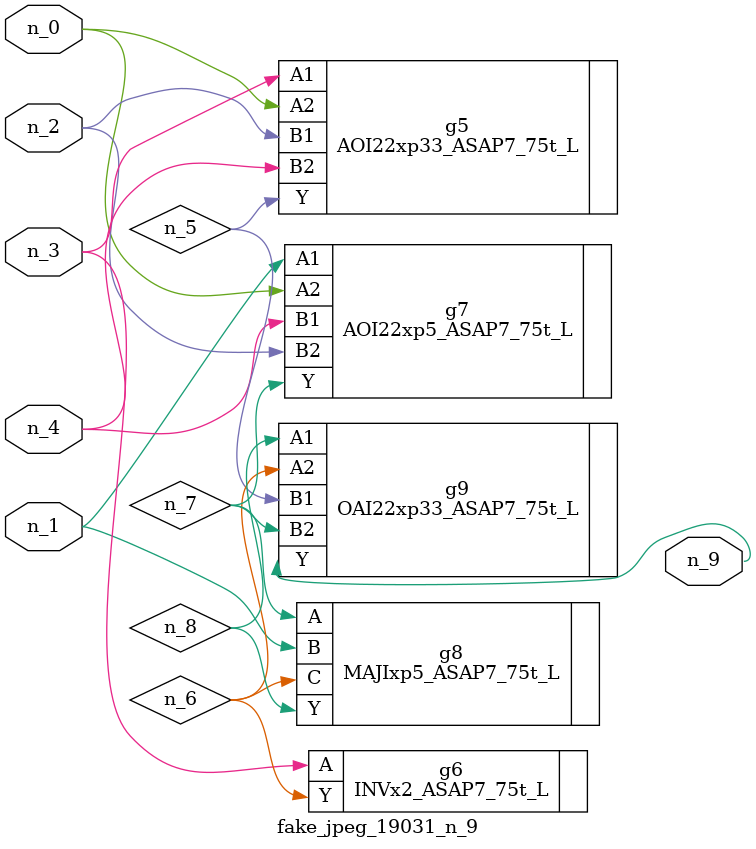
<source format=v>
module fake_jpeg_19031_n_9 (n_3, n_2, n_1, n_0, n_4, n_9);

input n_3;
input n_2;
input n_1;
input n_0;
input n_4;

output n_9;

wire n_8;
wire n_6;
wire n_5;
wire n_7;

AOI22xp33_ASAP7_75t_L g5 ( 
.A1(n_3),
.A2(n_0),
.B1(n_2),
.B2(n_4),
.Y(n_5)
);

INVx2_ASAP7_75t_L g6 ( 
.A(n_3),
.Y(n_6)
);

AOI22xp5_ASAP7_75t_L g7 ( 
.A1(n_1),
.A2(n_0),
.B1(n_4),
.B2(n_2),
.Y(n_7)
);

MAJIxp5_ASAP7_75t_L g8 ( 
.A(n_7),
.B(n_1),
.C(n_6),
.Y(n_8)
);

OAI22xp33_ASAP7_75t_L g9 ( 
.A1(n_8),
.A2(n_6),
.B1(n_5),
.B2(n_7),
.Y(n_9)
);


endmodule
</source>
